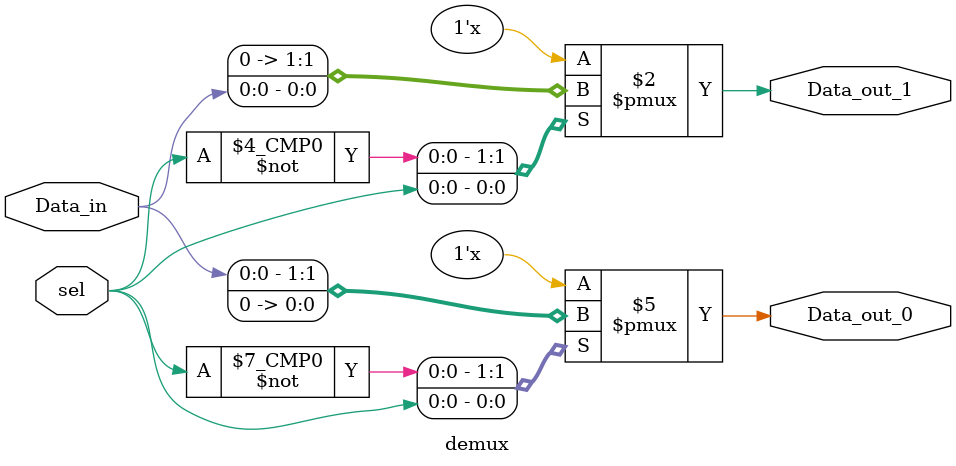
<source format=v>
module demux(
     Data_in,
     sel,
    Data_out_0,
    Data_out_1
    );

//list the inputs and their sizes
    input Data_in;
    input  sel;
//list the outputs and their sizes 
    output Data_out_0;
     output Data_out_1;

//Internal variables
    reg Data_out_0;
     reg Data_out_1;


//always block with Data_in and sel in its sensitivity list
    always @(Data_in or sel)
    begin
        case (sel)  //case statement with "sel"
        //multiple statements can be written inside each case.
        //you just have to use 'begin' and 'end' keywords as shown below.
            2'b0 : begin
                        Data_out_0 = Data_in;
                        Data_out_1 = 0;

                      end
            2'b1 : begin
                        Data_out_0 = 0;
                        Data_out_1 = Data_in;

                      end

        endcase
    end
    
endmodule
</source>
